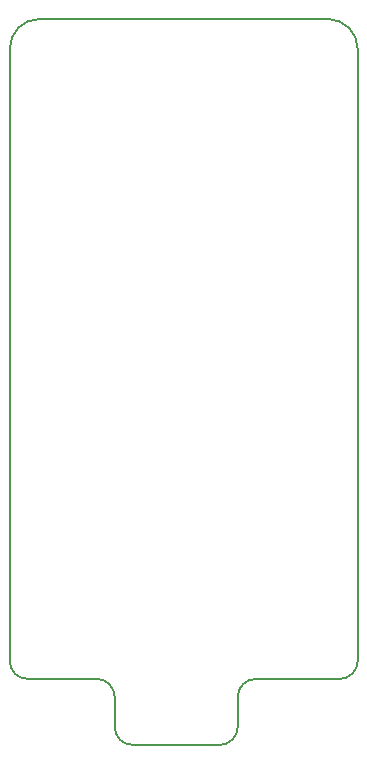
<source format=gbr>
G04 #@! TF.GenerationSoftware,KiCad,Pcbnew,(5.0.0)*
G04 #@! TF.CreationDate,2018-12-13T18:38:50+00:00*
G04 #@! TF.ProjectId,mogo,6D6F676F2E6B696361645F7063620000,rev?*
G04 #@! TF.SameCoordinates,Original*
G04 #@! TF.FileFunction,Profile,NP*
%FSLAX46Y46*%
G04 Gerber Fmt 4.6, Leading zero omitted, Abs format (unit mm)*
G04 Created by KiCad (PCBNEW (5.0.0)) date 12/13/18 18:38:50*
%MOMM*%
%LPD*%
G01*
G04 APERTURE LIST*
%ADD10C,0.150000*%
G04 APERTURE END LIST*
D10*
X94488000Y-162560000D02*
X87376000Y-162560000D01*
X96012000Y-161036000D02*
G75*
G02X94488000Y-162560000I-1524000J0D01*
G01*
X93472000Y-106680000D02*
G75*
G02X96012000Y-109220000I0J-2540000D01*
G01*
X66548000Y-151130000D02*
X66548000Y-109220000D01*
X66548000Y-161036000D02*
X66548000Y-151130000D01*
X68580000Y-162560000D02*
X68072000Y-162560000D01*
X76962000Y-168148000D02*
X84328000Y-168148000D01*
X68072000Y-162560000D02*
G75*
G02X66548000Y-161036000I0J1524000D01*
G01*
X73914000Y-162560000D02*
X68580000Y-162560000D01*
X75438000Y-164084000D02*
X75438000Y-166624000D01*
X73914000Y-162560000D02*
G75*
G02X75438000Y-164084000I0J-1524000D01*
G01*
X76962000Y-168148000D02*
G75*
G02X75438000Y-166624000I0J1524000D01*
G01*
X85852000Y-164084000D02*
G75*
G02X87376000Y-162560000I1524000J0D01*
G01*
X85852000Y-166624000D02*
X85852000Y-164084000D01*
X85852000Y-166624000D02*
G75*
G02X84328000Y-168148000I-1524000J0D01*
G01*
X66548000Y-109220000D02*
G75*
G02X69088000Y-106680000I2540000J0D01*
G01*
X96012000Y-159258000D02*
X96012000Y-161036000D01*
X96012000Y-109220000D02*
X96012000Y-159258000D01*
X69088000Y-106680000D02*
X93472000Y-106680000D01*
M02*

</source>
